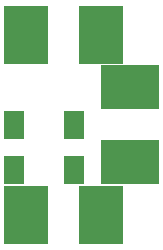
<source format=gbr>
G04 #@! TF.GenerationSoftware,KiCad,Pcbnew,no-vcs-found-01f5a12~58~ubuntu17.04.1*
G04 #@! TF.CreationDate,2017-04-20T18:40:21-07:00*
G04 #@! TF.ProjectId,Reflection_Bridge,5265666C656374696F6E5F4272696467,rev?*
G04 #@! TF.FileFunction,Soldermask,Bot*
G04 #@! TF.FilePolarity,Negative*
%FSLAX46Y46*%
G04 Gerber Fmt 4.6, Leading zero omitted, Abs format (unit mm)*
G04 Created by KiCad (PCBNEW no-vcs-found-01f5a12~58~ubuntu17.04.1) date Thu Apr 20 18:40:21 2017*
%MOMM*%
%LPD*%
G01*
G04 APERTURE LIST*
%ADD10C,0.100000*%
%ADD11R,3.702000X4.972000*%
%ADD12R,4.972000X3.702000*%
%ADD13R,1.670000X2.432000*%
G04 APERTURE END LIST*
D10*
D11*
X86984840Y-58420000D03*
X80655160Y-58420000D03*
X86984840Y-73660000D03*
X80655160Y-73660000D03*
D12*
X89508000Y-69204840D03*
X89508000Y-62875160D03*
D13*
X79660000Y-69870000D03*
X84740000Y-69870000D03*
X79660000Y-66060000D03*
X84740000Y-66060000D03*
M02*

</source>
